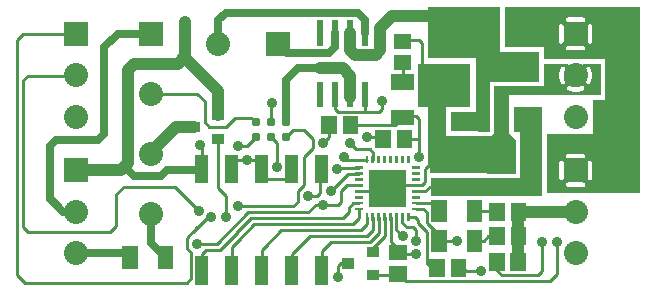
<source format=gbr>
G04 start of page 2 for group 0 idx 0 *
G04 Title: (unknown), component *
G04 Creator: pcb 20110918 *
G04 CreationDate: Sun 01 Jun 2014 04:29:41 PM GMT UTC *
G04 For: ndholmes *
G04 Format: Gerber/RS-274X *
G04 PCB-Dimensions: 210000 95000 *
G04 PCB-Coordinate-Origin: lower left *
%MOIN*%
%FSLAX25Y25*%
%LNTOP*%
%ADD31C,0.0390*%
%ADD30C,0.0480*%
%ADD29C,0.0270*%
%ADD28C,0.0472*%
%ADD27C,0.0200*%
%ADD26C,0.0360*%
%ADD25R,0.0200X0.0200*%
%ADD24C,0.0310*%
%ADD23R,0.0440X0.0440*%
%ADD22R,0.0340X0.0340*%
%ADD21R,0.0630X0.0630*%
%ADD20R,0.0945X0.0945*%
%ADD19R,0.0360X0.0360*%
%ADD18R,0.0378X0.0378*%
%ADD17R,0.0091X0.0091*%
%ADD16R,0.0512X0.0512*%
%ADD15C,0.0800*%
%ADD14C,0.0400*%
%ADD13C,0.0100*%
%ADD12C,0.0250*%
%ADD11C,0.0001*%
G54D11*G36*
X138500Y94000D02*X162500D01*
Y77000D01*
X138500D01*
Y94000D01*
G37*
G36*
X152200Y60800D02*X138500D01*
Y74900D01*
X152200D01*
Y60800D01*
G37*
G36*
X135000Y75000D02*X152500D01*
Y60500D01*
X135000D01*
Y75000D01*
G37*
G36*
X160500Y67500D02*X180500D01*
Y64500D01*
X160500D01*
Y67500D01*
G37*
G36*
X165500D01*
Y47500D01*
X160500D01*
Y67500D01*
G37*
G36*
X172000Y60500D02*X176500D01*
Y31000D01*
X172000D01*
Y60500D01*
G37*
G36*
X169000D02*X176000D01*
Y32000D01*
X169000D01*
Y60500D01*
G37*
G36*
X146000Y51000D02*X166000D01*
Y38500D01*
X146000D01*
Y51000D01*
G37*
G36*
X138500D02*X149500D01*
Y38500D01*
X139000D01*
Y40000D01*
X138986Y40235D01*
X138931Y40465D01*
X138841Y40683D01*
X138717Y40884D01*
X138564Y41064D01*
X138500Y41119D01*
Y51000D01*
G37*
G36*
Y68500D02*X144500D01*
Y38500D01*
X139000D01*
Y40000D01*
X138986Y40235D01*
X138931Y40465D01*
X138841Y40683D01*
X138717Y40884D01*
X138564Y41064D01*
X138500Y41119D01*
Y68500D01*
G37*
G36*
X159000Y79000D02*X175500D01*
Y69000D01*
X159000D01*
Y79000D01*
G37*
G36*
X154500Y78000D02*X159000D01*
Y52500D01*
X154500D01*
Y78000D01*
G37*
G36*
X146000Y59000D02*X159000D01*
Y52500D01*
X146000D01*
Y59000D01*
G37*
G36*
X167000Y60500D02*X174000D01*
Y52500D01*
X167000D01*
Y60500D01*
G37*
G36*
X139500Y37000D02*X150000D01*
Y31000D01*
X139500D01*
Y37000D01*
G37*
G36*
X176500D01*
Y31000D01*
X139500D01*
Y37000D01*
G37*
G36*
X187673Y92500D02*X192500D01*
Y88191D01*
X192423Y88197D01*
X192305Y88188D01*
X192191Y88160D01*
X192081Y88115D01*
X191981Y88054D01*
X191891Y87977D01*
X191814Y87887D01*
X191753Y87787D01*
X191708Y87677D01*
X191680Y87563D01*
X191673Y87445D01*
Y82445D01*
X191680Y82327D01*
X191708Y82213D01*
X191753Y82103D01*
X191814Y82003D01*
X191891Y81913D01*
X191981Y81836D01*
X192081Y81775D01*
X192191Y81730D01*
X192305Y81702D01*
X192423Y81693D01*
X192500Y81699D01*
Y80500D01*
X190858D01*
X190843Y80537D01*
X190782Y80637D01*
X190705Y80727D01*
X190615Y80804D01*
X190515Y80865D01*
X190405Y80910D01*
X190291Y80938D01*
X190173Y80945D01*
X187673D01*
Y88945D01*
X190173D01*
X190291Y88952D01*
X190405Y88980D01*
X190515Y89025D01*
X190615Y89086D01*
X190705Y89163D01*
X190782Y89253D01*
X190843Y89353D01*
X190888Y89463D01*
X190916Y89577D01*
X190925Y89695D01*
X190916Y89813D01*
X190888Y89927D01*
X190843Y90037D01*
X190782Y90137D01*
X190705Y90227D01*
X190615Y90304D01*
X190515Y90365D01*
X190405Y90410D01*
X190291Y90438D01*
X190173Y90445D01*
X187673D01*
Y92500D01*
G37*
G36*
X182923D02*X187673D01*
Y90445D01*
X185173D01*
X185055Y90438D01*
X184941Y90410D01*
X184831Y90365D01*
X184731Y90304D01*
X184641Y90227D01*
X184564Y90137D01*
X184503Y90037D01*
X184458Y89927D01*
X184430Y89813D01*
X184421Y89695D01*
X184430Y89577D01*
X184458Y89463D01*
X184503Y89353D01*
X184564Y89253D01*
X184641Y89163D01*
X184731Y89086D01*
X184831Y89025D01*
X184941Y88980D01*
X185055Y88952D01*
X185173Y88945D01*
X187673D01*
Y80945D01*
X185173D01*
X185055Y80938D01*
X184941Y80910D01*
X184831Y80865D01*
X184731Y80804D01*
X184641Y80727D01*
X184564Y80637D01*
X184503Y80537D01*
X184488Y80500D01*
X182923D01*
Y81693D01*
X183041Y81702D01*
X183155Y81730D01*
X183265Y81775D01*
X183365Y81836D01*
X183455Y81913D01*
X183532Y82003D01*
X183593Y82103D01*
X183638Y82213D01*
X183666Y82327D01*
X183673Y82445D01*
Y87445D01*
X183666Y87563D01*
X183638Y87677D01*
X183593Y87787D01*
X183532Y87887D01*
X183455Y87977D01*
X183365Y88054D01*
X183265Y88115D01*
X183155Y88160D01*
X183041Y88188D01*
X182923Y88197D01*
Y92500D01*
G37*
G36*
X164000D02*X182923D01*
Y88197D01*
X182805Y88188D01*
X182691Y88160D01*
X182581Y88115D01*
X182481Y88054D01*
X182391Y87977D01*
X182314Y87887D01*
X182253Y87787D01*
X182208Y87677D01*
X182180Y87563D01*
X182173Y87445D01*
Y82445D01*
X182180Y82327D01*
X182208Y82213D01*
X182253Y82103D01*
X182314Y82003D01*
X182391Y81913D01*
X182481Y81836D01*
X182581Y81775D01*
X182691Y81730D01*
X182805Y81702D01*
X182923Y81693D01*
Y80500D01*
X164000D01*
Y92500D01*
G37*
G36*
X192423D02*X196000D01*
Y76500D01*
X192423D01*
Y81693D01*
X192541Y81702D01*
X192655Y81730D01*
X192765Y81775D01*
X192865Y81836D01*
X192955Y81913D01*
X193032Y82003D01*
X193093Y82103D01*
X193138Y82213D01*
X193166Y82327D01*
X193173Y82445D01*
Y87445D01*
X193166Y87563D01*
X193138Y87677D01*
X193093Y87787D01*
X193032Y87887D01*
X192955Y87977D01*
X192865Y88054D01*
X192765Y88115D01*
X192655Y88160D01*
X192541Y88188D01*
X192423Y88197D01*
Y92500D01*
G37*
G36*
X187673D02*X192423D01*
Y88197D01*
X192305Y88188D01*
X192191Y88160D01*
X192081Y88115D01*
X191981Y88054D01*
X191891Y87977D01*
X191814Y87887D01*
X191753Y87787D01*
X191708Y87677D01*
X191680Y87563D01*
X191673Y87445D01*
Y82445D01*
X191680Y82327D01*
X191708Y82213D01*
X191753Y82103D01*
X191814Y82003D01*
X191891Y81913D01*
X191981Y81836D01*
X192081Y81775D01*
X192191Y81730D01*
X192305Y81702D01*
X192423Y81693D01*
Y76500D01*
X189011D01*
X188701Y76574D01*
X188189Y76647D01*
X187673Y76671D01*
Y79445D01*
X190173D01*
X190291Y79452D01*
X190405Y79480D01*
X190515Y79525D01*
X190615Y79586D01*
X190705Y79663D01*
X190782Y79753D01*
X190843Y79853D01*
X190888Y79963D01*
X190916Y80077D01*
X190925Y80195D01*
X190916Y80313D01*
X190888Y80427D01*
X190843Y80537D01*
X190782Y80637D01*
X190705Y80727D01*
X190615Y80804D01*
X190515Y80865D01*
X190405Y80910D01*
X190291Y80938D01*
X190173Y80945D01*
X187673D01*
Y88945D01*
X190173D01*
X190291Y88952D01*
X190405Y88980D01*
X190515Y89025D01*
X190615Y89086D01*
X190705Y89163D01*
X190782Y89253D01*
X190843Y89353D01*
X190888Y89463D01*
X190916Y89577D01*
X190925Y89695D01*
X190916Y89813D01*
X190888Y89927D01*
X190843Y90037D01*
X190782Y90137D01*
X190705Y90227D01*
X190615Y90304D01*
X190515Y90365D01*
X190405Y90410D01*
X190291Y90438D01*
X190173Y90445D01*
X187673D01*
Y92500D01*
G37*
G36*
X182923D02*X187673D01*
Y90445D01*
X185173D01*
X185055Y90438D01*
X184941Y90410D01*
X184831Y90365D01*
X184731Y90304D01*
X184641Y90227D01*
X184564Y90137D01*
X184503Y90037D01*
X184458Y89927D01*
X184430Y89813D01*
X184421Y89695D01*
X184430Y89577D01*
X184458Y89463D01*
X184503Y89353D01*
X184564Y89253D01*
X184641Y89163D01*
X184731Y89086D01*
X184831Y89025D01*
X184941Y88980D01*
X185055Y88952D01*
X185173Y88945D01*
X187673D01*
Y80945D01*
X185173D01*
X185055Y80938D01*
X184941Y80910D01*
X184831Y80865D01*
X184731Y80804D01*
X184641Y80727D01*
X184564Y80637D01*
X184503Y80537D01*
X184458Y80427D01*
X184430Y80313D01*
X184421Y80195D01*
X184430Y80077D01*
X184458Y79963D01*
X184503Y79853D01*
X184564Y79753D01*
X184641Y79663D01*
X184731Y79586D01*
X184831Y79525D01*
X184941Y79480D01*
X185055Y79452D01*
X185173Y79445D01*
X187673D01*
Y76671D01*
X187673D01*
X187157Y76647D01*
X186645Y76574D01*
X186335Y76500D01*
X182923D01*
Y81693D01*
X183041Y81702D01*
X183155Y81730D01*
X183265Y81775D01*
X183365Y81836D01*
X183455Y81913D01*
X183532Y82003D01*
X183593Y82103D01*
X183638Y82213D01*
X183666Y82327D01*
X183673Y82445D01*
Y87445D01*
X183666Y87563D01*
X183638Y87677D01*
X183593Y87787D01*
X183532Y87887D01*
X183455Y87977D01*
X183365Y88054D01*
X183265Y88115D01*
X183155Y88160D01*
X183041Y88188D01*
X182923Y88197D01*
Y92500D01*
G37*
G36*
X180500D02*X182923D01*
Y88197D01*
X182805Y88188D01*
X182691Y88160D01*
X182581Y88115D01*
X182481Y88054D01*
X182391Y87977D01*
X182314Y87887D01*
X182253Y87787D01*
X182208Y87677D01*
X182180Y87563D01*
X182173Y87445D01*
Y82445D01*
X182180Y82327D01*
X182208Y82213D01*
X182253Y82103D01*
X182314Y82003D01*
X182391Y81913D01*
X182481Y81836D01*
X182581Y81775D01*
X182691Y81730D01*
X182805Y81702D01*
X182923Y81693D01*
Y76500D01*
X180500D01*
Y92500D01*
G37*
G36*
X177000Y82000D02*X182000D01*
Y76500D01*
X177000D01*
Y82000D01*
G37*
G36*
X192166Y75000D02*X196000D01*
Y64500D01*
X192166D01*
Y68310D01*
X192251Y68346D01*
X192352Y68408D01*
X192442Y68484D01*
X192518Y68574D01*
X192578Y68676D01*
X192795Y69145D01*
X192962Y69634D01*
X193082Y70137D01*
X193155Y70649D01*
X193179Y71165D01*
X193155Y71681D01*
X193082Y72193D01*
X192962Y72696D01*
X192795Y73185D01*
X192583Y73657D01*
X192522Y73758D01*
X192445Y73849D01*
X192355Y73926D01*
X192253Y73988D01*
X192166Y74025D01*
Y75000D01*
G37*
G36*
X187675D02*X188807D01*
X189141Y74886D01*
X189483Y74732D01*
X189591Y74685D01*
X189706Y74658D01*
X189824Y74648D01*
X189941Y74658D01*
X190056Y74686D01*
X190165Y74731D01*
X190266Y74793D01*
X190355Y74870D01*
X190432Y74960D01*
X190457Y75000D01*
X192166D01*
Y74025D01*
X192144Y74034D01*
X192028Y74062D01*
X191910Y74071D01*
X191792Y74062D01*
X191676Y74035D01*
X191566Y73989D01*
X191465Y73927D01*
X191375Y73851D01*
X191297Y73760D01*
X191235Y73659D01*
X191189Y73550D01*
X191162Y73434D01*
X191152Y73316D01*
X191161Y73197D01*
X191189Y73082D01*
X191236Y72973D01*
X191394Y72633D01*
X191515Y72277D01*
X191603Y71912D01*
X191655Y71540D01*
X191673Y71165D01*
X191655Y70790D01*
X191603Y70418D01*
X191515Y70053D01*
X191394Y69697D01*
X191240Y69355D01*
X191193Y69247D01*
X191166Y69132D01*
X191156Y69014D01*
X191166Y68897D01*
X191194Y68782D01*
X191239Y68673D01*
X191301Y68572D01*
X191378Y68483D01*
X191468Y68406D01*
X191568Y68345D01*
X191677Y68300D01*
X191792Y68272D01*
X191910Y68263D01*
X192028Y68273D01*
X192142Y68300D01*
X192166Y68310D01*
Y64500D01*
X187675D01*
Y65659D01*
X188189Y65683D01*
X188701Y65756D01*
X189204Y65876D01*
X189693Y66043D01*
X190165Y66255D01*
X190266Y66316D01*
X190357Y66393D01*
X190434Y66483D01*
X190496Y66585D01*
X190542Y66694D01*
X190570Y66810D01*
X190579Y66928D01*
X190570Y67046D01*
X190543Y67162D01*
X190497Y67272D01*
X190435Y67373D01*
X190359Y67463D01*
X190268Y67541D01*
X190167Y67603D01*
X190058Y67649D01*
X189942Y67676D01*
X189824Y67686D01*
X189705Y67677D01*
X189590Y67649D01*
X189481Y67602D01*
X189141Y67444D01*
X188785Y67323D01*
X188420Y67235D01*
X188048Y67183D01*
X187675Y67165D01*
Y75000D01*
G37*
G36*
X183180D02*X184884D01*
X184911Y74957D01*
X184987Y74867D01*
X185078Y74789D01*
X185179Y74727D01*
X185288Y74681D01*
X185404Y74654D01*
X185522Y74644D01*
X185641Y74653D01*
X185756Y74681D01*
X185865Y74728D01*
X186205Y74886D01*
X186539Y75000D01*
X187675D01*
Y67165D01*
X187673Y67165D01*
X187298Y67183D01*
X186926Y67235D01*
X186561Y67323D01*
X186205Y67444D01*
X185863Y67598D01*
X185755Y67645D01*
X185640Y67672D01*
X185522Y67682D01*
X185405Y67672D01*
X185290Y67644D01*
X185181Y67599D01*
X185080Y67537D01*
X184991Y67460D01*
X184914Y67370D01*
X184853Y67270D01*
X184808Y67161D01*
X184780Y67046D01*
X184771Y66928D01*
X184781Y66810D01*
X184808Y66696D01*
X184854Y66587D01*
X184916Y66486D01*
X184992Y66396D01*
X185082Y66320D01*
X185184Y66260D01*
X185653Y66043D01*
X186142Y65876D01*
X186645Y65756D01*
X187157Y65683D01*
X187673Y65659D01*
X187675Y65659D01*
Y64500D01*
X183180D01*
Y68305D01*
X183202Y68296D01*
X183318Y68268D01*
X183436Y68259D01*
X183554Y68268D01*
X183670Y68295D01*
X183780Y68341D01*
X183881Y68403D01*
X183971Y68479D01*
X184049Y68570D01*
X184111Y68671D01*
X184157Y68780D01*
X184184Y68896D01*
X184194Y69014D01*
X184185Y69133D01*
X184157Y69248D01*
X184110Y69357D01*
X183952Y69697D01*
X183831Y70053D01*
X183743Y70418D01*
X183691Y70790D01*
X183673Y71165D01*
X183691Y71540D01*
X183743Y71912D01*
X183831Y72277D01*
X183952Y72633D01*
X184106Y72975D01*
X184153Y73083D01*
X184180Y73198D01*
X184190Y73316D01*
X184180Y73433D01*
X184152Y73548D01*
X184107Y73657D01*
X184045Y73758D01*
X183968Y73847D01*
X183878Y73924D01*
X183778Y73985D01*
X183669Y74030D01*
X183554Y74058D01*
X183436Y74067D01*
X183318Y74057D01*
X183204Y74030D01*
X183180Y74020D01*
Y75000D01*
G37*
G36*
X177000D02*X183180D01*
Y74020D01*
X183095Y73984D01*
X182994Y73922D01*
X182904Y73846D01*
X182828Y73756D01*
X182768Y73654D01*
X182551Y73185D01*
X182384Y72696D01*
X182264Y72193D01*
X182191Y71681D01*
X182167Y71165D01*
X182191Y70649D01*
X182264Y70137D01*
X182384Y69634D01*
X182551Y69145D01*
X182763Y68673D01*
X182824Y68572D01*
X182901Y68481D01*
X182991Y68404D01*
X183093Y68342D01*
X183180Y68305D01*
Y64500D01*
X177000D01*
Y75000D01*
G37*
G36*
X192423Y92500D02*X209000D01*
Y76500D01*
X192423D01*
Y81693D01*
X192541Y81702D01*
X192655Y81730D01*
X192765Y81775D01*
X192865Y81836D01*
X192955Y81913D01*
X193032Y82003D01*
X193093Y82103D01*
X193138Y82213D01*
X193166Y82327D01*
X193173Y82445D01*
Y87445D01*
X193166Y87563D01*
X193138Y87677D01*
X193093Y87787D01*
X193032Y87887D01*
X192955Y87977D01*
X192865Y88054D01*
X192765Y88115D01*
X192655Y88160D01*
X192541Y88188D01*
X192423Y88197D01*
Y92500D01*
G37*
G36*
X187673D02*X192423D01*
Y88197D01*
X192305Y88188D01*
X192191Y88160D01*
X192081Y88115D01*
X191981Y88054D01*
X191891Y87977D01*
X191814Y87887D01*
X191753Y87787D01*
X191708Y87677D01*
X191680Y87563D01*
X191673Y87445D01*
Y82445D01*
X191680Y82327D01*
X191708Y82213D01*
X191753Y82103D01*
X191814Y82003D01*
X191891Y81913D01*
X191981Y81836D01*
X192081Y81775D01*
X192191Y81730D01*
X192305Y81702D01*
X192423Y81693D01*
Y76500D01*
X189011D01*
X188701Y76574D01*
X188189Y76647D01*
X187673Y76671D01*
Y79445D01*
X190173D01*
X190291Y79452D01*
X190405Y79480D01*
X190515Y79525D01*
X190615Y79586D01*
X190705Y79663D01*
X190782Y79753D01*
X190843Y79853D01*
X190888Y79963D01*
X190916Y80077D01*
X190925Y80195D01*
X190916Y80313D01*
X190888Y80427D01*
X190843Y80537D01*
X190782Y80637D01*
X190705Y80727D01*
X190615Y80804D01*
X190515Y80865D01*
X190405Y80910D01*
X190291Y80938D01*
X190173Y80945D01*
X187673D01*
Y88945D01*
X190173D01*
X190291Y88952D01*
X190405Y88980D01*
X190515Y89025D01*
X190615Y89086D01*
X190705Y89163D01*
X190782Y89253D01*
X190843Y89353D01*
X190888Y89463D01*
X190916Y89577D01*
X190925Y89695D01*
X190916Y89813D01*
X190888Y89927D01*
X190843Y90037D01*
X190782Y90137D01*
X190705Y90227D01*
X190615Y90304D01*
X190515Y90365D01*
X190405Y90410D01*
X190291Y90438D01*
X190173Y90445D01*
X187673D01*
Y92500D01*
G37*
G36*
X184000D02*X187673D01*
Y90445D01*
X185173D01*
X185055Y90438D01*
X184941Y90410D01*
X184831Y90365D01*
X184731Y90304D01*
X184641Y90227D01*
X184564Y90137D01*
X184503Y90037D01*
X184458Y89927D01*
X184430Y89813D01*
X184421Y89695D01*
X184430Y89577D01*
X184458Y89463D01*
X184503Y89353D01*
X184564Y89253D01*
X184641Y89163D01*
X184731Y89086D01*
X184831Y89025D01*
X184941Y88980D01*
X185055Y88952D01*
X185173Y88945D01*
X187673D01*
Y80945D01*
X185173D01*
X185055Y80938D01*
X184941Y80910D01*
X184831Y80865D01*
X184731Y80804D01*
X184641Y80727D01*
X184564Y80637D01*
X184503Y80537D01*
X184458Y80427D01*
X184430Y80313D01*
X184421Y80195D01*
X184430Y80077D01*
X184458Y79963D01*
X184503Y79853D01*
X184564Y79753D01*
X184641Y79663D01*
X184731Y79586D01*
X184831Y79525D01*
X184941Y79480D01*
X185055Y79452D01*
X185173Y79445D01*
X187673D01*
Y76671D01*
X187673D01*
X187157Y76647D01*
X186645Y76574D01*
X186335Y76500D01*
X184000D01*
Y92500D01*
G37*
G36*
X197500D02*X209000D01*
Y32000D01*
X197500D01*
Y92500D01*
G37*
G36*
X192423Y47500D02*X199000D01*
Y32000D01*
X192423D01*
Y36193D01*
X192541Y36202D01*
X192655Y36230D01*
X192765Y36275D01*
X192865Y36336D01*
X192955Y36413D01*
X193032Y36503D01*
X193093Y36603D01*
X193138Y36713D01*
X193166Y36827D01*
X193173Y36945D01*
Y41945D01*
X193166Y42063D01*
X193138Y42177D01*
X193093Y42287D01*
X193032Y42387D01*
X192955Y42477D01*
X192865Y42554D01*
X192765Y42615D01*
X192655Y42660D01*
X192541Y42688D01*
X192423Y42697D01*
Y47500D01*
G37*
G36*
X187673D02*X192423D01*
Y42697D01*
X192305Y42688D01*
X192191Y42660D01*
X192081Y42615D01*
X191981Y42554D01*
X191891Y42477D01*
X191814Y42387D01*
X191753Y42287D01*
X191708Y42177D01*
X191680Y42063D01*
X191673Y41945D01*
Y36945D01*
X191680Y36827D01*
X191708Y36713D01*
X191753Y36603D01*
X191814Y36503D01*
X191891Y36413D01*
X191981Y36336D01*
X192081Y36275D01*
X192191Y36230D01*
X192305Y36202D01*
X192423Y36193D01*
Y32000D01*
X187673D01*
Y33945D01*
X190173D01*
X190291Y33952D01*
X190405Y33980D01*
X190515Y34025D01*
X190615Y34086D01*
X190705Y34163D01*
X190782Y34253D01*
X190843Y34353D01*
X190888Y34463D01*
X190916Y34577D01*
X190925Y34695D01*
X190916Y34813D01*
X190888Y34927D01*
X190843Y35037D01*
X190782Y35137D01*
X190705Y35227D01*
X190615Y35304D01*
X190515Y35365D01*
X190405Y35410D01*
X190291Y35438D01*
X190173Y35445D01*
X187673D01*
Y43445D01*
X190173D01*
X190291Y43452D01*
X190405Y43480D01*
X190515Y43525D01*
X190615Y43586D01*
X190705Y43663D01*
X190782Y43753D01*
X190843Y43853D01*
X190888Y43963D01*
X190916Y44077D01*
X190925Y44195D01*
X190916Y44313D01*
X190888Y44427D01*
X190843Y44537D01*
X190782Y44637D01*
X190705Y44727D01*
X190615Y44804D01*
X190515Y44865D01*
X190405Y44910D01*
X190291Y44938D01*
X190173Y44945D01*
X187673D01*
Y47500D01*
G37*
G36*
X182923D02*X187673D01*
Y44945D01*
X185173D01*
X185055Y44938D01*
X184941Y44910D01*
X184831Y44865D01*
X184731Y44804D01*
X184641Y44727D01*
X184564Y44637D01*
X184503Y44537D01*
X184458Y44427D01*
X184430Y44313D01*
X184421Y44195D01*
X184430Y44077D01*
X184458Y43963D01*
X184503Y43853D01*
X184564Y43753D01*
X184641Y43663D01*
X184731Y43586D01*
X184831Y43525D01*
X184941Y43480D01*
X185055Y43452D01*
X185173Y43445D01*
X187673D01*
Y35445D01*
X185173D01*
X185055Y35438D01*
X184941Y35410D01*
X184831Y35365D01*
X184731Y35304D01*
X184641Y35227D01*
X184564Y35137D01*
X184503Y35037D01*
X184458Y34927D01*
X184430Y34813D01*
X184421Y34695D01*
X184430Y34577D01*
X184458Y34463D01*
X184503Y34353D01*
X184564Y34253D01*
X184641Y34163D01*
X184731Y34086D01*
X184831Y34025D01*
X184941Y33980D01*
X185055Y33952D01*
X185173Y33945D01*
X187673D01*
Y32000D01*
X182923D01*
Y36193D01*
X183041Y36202D01*
X183155Y36230D01*
X183265Y36275D01*
X183365Y36336D01*
X183455Y36413D01*
X183532Y36503D01*
X183593Y36603D01*
X183638Y36713D01*
X183666Y36827D01*
X183673Y36945D01*
Y41945D01*
X183666Y42063D01*
X183638Y42177D01*
X183593Y42287D01*
X183532Y42387D01*
X183455Y42477D01*
X183365Y42554D01*
X183265Y42615D01*
X183155Y42660D01*
X183041Y42688D01*
X182923Y42697D01*
Y47500D01*
G37*
G36*
X178000D02*X182923D01*
Y42697D01*
X182805Y42688D01*
X182691Y42660D01*
X182581Y42615D01*
X182481Y42554D01*
X182391Y42477D01*
X182314Y42387D01*
X182253Y42287D01*
X182208Y42177D01*
X182180Y42063D01*
X182173Y41945D01*
Y36945D01*
X182180Y36827D01*
X182208Y36713D01*
X182253Y36603D01*
X182314Y36503D01*
X182391Y36413D01*
X182481Y36336D01*
X182581Y36275D01*
X182691Y36230D01*
X182805Y36202D01*
X182923Y36193D01*
Y32000D01*
X178000D01*
Y47500D01*
G37*
G36*
X187673Y51500D02*X201500D01*
Y38500D01*
X193173D01*
Y41945D01*
X193166Y42063D01*
X193138Y42177D01*
X193093Y42287D01*
X193032Y42387D01*
X192955Y42477D01*
X192865Y42554D01*
X192765Y42615D01*
X192655Y42660D01*
X192541Y42688D01*
X192423Y42697D01*
X192305Y42688D01*
X192191Y42660D01*
X192081Y42615D01*
X191981Y42554D01*
X191891Y42477D01*
X191814Y42387D01*
X191753Y42287D01*
X191708Y42177D01*
X191680Y42063D01*
X191673Y41945D01*
Y38500D01*
X187673D01*
Y43445D01*
X190173D01*
X190291Y43452D01*
X190405Y43480D01*
X190515Y43525D01*
X190615Y43586D01*
X190705Y43663D01*
X190782Y43753D01*
X190843Y43853D01*
X190888Y43963D01*
X190916Y44077D01*
X190925Y44195D01*
X190916Y44313D01*
X190888Y44427D01*
X190843Y44537D01*
X190782Y44637D01*
X190705Y44727D01*
X190615Y44804D01*
X190515Y44865D01*
X190405Y44910D01*
X190291Y44938D01*
X190173Y44945D01*
X187673D01*
Y51500D01*
G37*
G36*
X178000D02*X187673D01*
Y44945D01*
X185173D01*
X185055Y44938D01*
X184941Y44910D01*
X184831Y44865D01*
X184731Y44804D01*
X184641Y44727D01*
X184564Y44637D01*
X184503Y44537D01*
X184458Y44427D01*
X184430Y44313D01*
X184421Y44195D01*
X184430Y44077D01*
X184458Y43963D01*
X184503Y43853D01*
X184564Y43753D01*
X184641Y43663D01*
X184731Y43586D01*
X184831Y43525D01*
X184941Y43480D01*
X185055Y43452D01*
X185173Y43445D01*
X187673D01*
Y38500D01*
X183673D01*
Y41945D01*
X183666Y42063D01*
X183638Y42177D01*
X183593Y42287D01*
X183532Y42387D01*
X183455Y42477D01*
X183365Y42554D01*
X183265Y42615D01*
X183155Y42660D01*
X183041Y42688D01*
X182923Y42697D01*
X182805Y42688D01*
X182691Y42660D01*
X182581Y42615D01*
X182481Y42554D01*
X182391Y42477D01*
X182314Y42387D01*
X182253Y42287D01*
X182208Y42177D01*
X182180Y42063D01*
X182173Y41945D01*
Y38500D01*
X178000D01*
Y51500D01*
G37*
G36*
X193500Y63000D02*X202000D01*
Y44000D01*
X193500D01*
Y63000D01*
G37*
G36*
X187673Y94000D02*X209000D01*
Y86500D01*
X193173D01*
Y87445D01*
X193166Y87563D01*
X193138Y87677D01*
X193093Y87787D01*
X193032Y87887D01*
X192955Y87977D01*
X192865Y88054D01*
X192765Y88115D01*
X192655Y88160D01*
X192541Y88188D01*
X192423Y88197D01*
X192305Y88188D01*
X192191Y88160D01*
X192081Y88115D01*
X191981Y88054D01*
X191891Y87977D01*
X191814Y87887D01*
X191753Y87787D01*
X191708Y87677D01*
X191680Y87563D01*
X191673Y87445D01*
Y86500D01*
X187673D01*
Y88945D01*
X190173D01*
X190291Y88952D01*
X190405Y88980D01*
X190515Y89025D01*
X190615Y89086D01*
X190705Y89163D01*
X190782Y89253D01*
X190843Y89353D01*
X190888Y89463D01*
X190916Y89577D01*
X190925Y89695D01*
X190916Y89813D01*
X190888Y89927D01*
X190843Y90037D01*
X190782Y90137D01*
X190705Y90227D01*
X190615Y90304D01*
X190515Y90365D01*
X190405Y90410D01*
X190291Y90438D01*
X190173Y90445D01*
X187673D01*
Y94000D01*
G37*
G36*
X164000D02*X187673D01*
Y90445D01*
X185173D01*
X185055Y90438D01*
X184941Y90410D01*
X184831Y90365D01*
X184731Y90304D01*
X184641Y90227D01*
X184564Y90137D01*
X184503Y90037D01*
X184458Y89927D01*
X184430Y89813D01*
X184421Y89695D01*
X184430Y89577D01*
X184458Y89463D01*
X184503Y89353D01*
X184564Y89253D01*
X184641Y89163D01*
X184731Y89086D01*
X184831Y89025D01*
X184941Y88980D01*
X185055Y88952D01*
X185173Y88945D01*
X187673D01*
Y86500D01*
X183673D01*
Y87445D01*
X183666Y87563D01*
X183638Y87677D01*
X183593Y87787D01*
X183532Y87887D01*
X183455Y87977D01*
X183365Y88054D01*
X183265Y88115D01*
X183155Y88160D01*
X183041Y88188D01*
X182923Y88197D01*
X182805Y88188D01*
X182691Y88160D01*
X182581Y88115D01*
X182481Y88054D01*
X182391Y87977D01*
X182314Y87887D01*
X182253Y87787D01*
X182208Y87677D01*
X182180Y87563D01*
X182173Y87445D01*
Y86500D01*
X164000D01*
Y94000D01*
G37*
G54D12*X169000Y25043D02*X168708Y25665D01*
G54D13*X160957Y26000D02*X161457Y25500D01*
X168543D02*Y17500D01*
X154000Y26000D02*X160957D01*
X153905Y16000D02*X157000D01*
X158500Y17500D01*
X161457D01*
G54D14*X168543Y8957D02*Y25500D01*
X168500D02*X187673D01*
G54D13*X168543Y17957D02*Y9043D01*
X156000Y6000D02*X151043D01*
X150043Y7000D01*
X161414Y9000D02*Y6086D01*
X163000Y4500D01*
X148000Y16000D02*X142095D01*
X139500Y7000D02*X141500D01*
X168543Y9043D02*X168500Y9000D01*
X163000Y4500D02*X175000D01*
X176500Y6000D01*
Y15500D01*
X181500Y5000D02*Y15500D01*
X139500Y2500D02*X177500D01*
X174500D02*X179000D01*
X181500Y5000D01*
G54D12*X107500Y80500D02*X105500Y78500D01*
X91500D01*
G54D14*X112500Y85250D02*Y79500D01*
X114000Y78000D01*
X121000D01*
X122500Y79500D01*
Y87000D01*
X126500Y91000D01*
X141500D01*
G54D13*X129000Y83000D02*X135500D01*
X136500Y82000D01*
G54D14*X110000Y73500D02*X102500D01*
G54D12*X95000D02*X105000D01*
G54D13*X99000D02*X102500D01*
G54D12*X117500Y85250D02*Y89500D01*
X115000Y92000D01*
X71000D01*
X107500Y85250D02*Y80500D01*
X91500Y78500D02*X88500Y81500D01*
X91500Y70000D02*X95000Y73500D01*
G54D14*X112500Y71000D02*X110000Y73500D01*
G54D13*X117500Y59000D02*Y62000D01*
G54D12*X91000Y69500D02*X93000Y71500D01*
G54D13*X86000Y61500D02*X86500Y62000D01*
G54D14*X141500Y72500D02*X142000Y72000D01*
G54D13*X136500Y82000D02*Y71500D01*
X130000Y68500D02*Y76500D01*
X135500Y56500D02*X134500Y57500D01*
X130405D01*
X130000Y57095D01*
G54D14*X112500Y64000D02*Y71000D01*
G54D13*X115453Y38421D02*X111921D01*
X107500Y64750D02*Y60000D01*
X108500Y59000D01*
X120000D01*
X118000Y50500D02*X123000D01*
X114500Y54500D02*X127405D01*
X129953Y57048D01*
X123000Y62500D02*Y60000D01*
X122000Y59000D01*
X119500D01*
X105500Y54500D02*Y50500D01*
X103500Y48500D01*
X68500Y50000D02*Y33500D01*
X83500Y43000D02*X73500D01*
X75000Y47500D02*X78000D01*
X81000Y50500D01*
X88000Y40500D02*Y48500D01*
X86000Y50500D01*
X83000Y36500D02*X93500D01*
G54D12*X91000Y55500D02*Y69500D01*
G54D13*X86000Y55500D02*Y61500D01*
X91000Y50500D02*X93500Y53000D01*
X97000D01*
X100000Y50000D01*
Y47000D01*
X97000Y44000D01*
Y34500D02*Y44000D01*
X81000Y55500D02*X79500Y57000D01*
X74000D01*
X71000Y54000D01*
X68500D01*
X94500Y13000D02*X93000Y11500D01*
X99000Y17500D02*X93500Y12000D01*
X116000Y19500D02*X89500D01*
X99000Y17500D02*X97750Y16250D01*
X106000Y15500D02*X103000Y12500D01*
Y6050D01*
X118000Y17500D02*X99000D01*
X73000Y6500D02*Y14000D01*
X76000Y17000D01*
X75000Y19000D02*X69000Y13000D01*
X64500D01*
X68000Y15000D02*X61500D01*
X63000Y11500D02*Y6050D01*
X93000Y11500D02*Y6500D01*
X83000D02*Y13000D01*
X85000Y15000D01*
X89500Y19500D02*X84000Y14000D01*
X80500Y21500D02*X75000Y16000D01*
X79500Y23500D02*X74500Y18500D01*
X78500Y25500D02*X68000Y15000D01*
X66000Y24000D02*X65000D01*
X93500Y27500D02*X75000D01*
X69000Y33000D02*X71000Y31000D01*
Y24000D01*
X68500Y33500D02*X70500Y31500D01*
X64500Y13000D02*X63000Y11500D01*
G54D12*X21173Y11886D02*X37709D01*
X39095Y10500D01*
X46000Y15405D02*X50905Y10500D01*
G54D13*X58000Y13500D02*X59500Y12000D01*
X12500Y2000D02*X55000D01*
X58000D02*X53000D01*
X61500Y20500D02*X58000Y17000D01*
Y13500D01*
X59500Y12000D02*Y3500D01*
X58000Y2000D01*
X13500D02*X4000D01*
X1500Y4500D01*
X3500Y20500D02*X5000Y19000D01*
X13500D01*
X113500Y21500D02*X80500D01*
X110000Y23500D02*X79500D01*
X98500Y25500D02*X78500D01*
X101000Y28000D02*X98500Y25500D01*
X109500Y32500D02*Y29000D01*
X108500Y28000D01*
X101000D01*
X98500Y31000D02*X101500D01*
X102500Y32000D01*
X97000Y34500D02*X95000Y32500D01*
Y29000D01*
X93500Y27500D01*
G54D12*X21173Y25665D02*X16835D01*
X13000Y29500D01*
G54D13*X65000Y24000D02*X60000Y19000D01*
X62000Y26000D02*X54000Y34000D01*
G54D12*X12500Y30000D02*X15000Y27500D01*
X46000Y25000D02*Y15405D01*
G54D13*X54000Y34000D02*X37000D01*
X34500Y31500D01*
Y21000D01*
X32500Y19000D01*
X11000D01*
X136484Y34484D02*X137500Y35500D01*
Y40000D01*
X138500Y41000D01*
X142457D01*
X137516Y32516D02*X139000Y34000D01*
X142457D02*X142500Y33957D01*
X139000Y34000D02*X142000D01*
X135500Y44000D02*Y56500D01*
X136484Y34484D02*X125984D01*
X115453Y32516D02*X124016D01*
X125984Y34484D02*X124016Y32516D01*
X115453Y34484D02*X111484D01*
X109500Y32500D01*
X111921Y38421D02*X106000Y32500D01*
X102500Y32000D02*Y38000D01*
X115453Y40390D02*X108610D01*
X118110Y43047D02*X111453D01*
X120079D02*Y45421D01*
X119000Y46500D01*
X114500D01*
X112500Y48500D01*
X130543Y50000D02*X135500D01*
X111453Y43047D02*X110500Y44000D01*
X108500Y4000D02*Y7500D01*
X109500Y8500D01*
X111700D01*
X111800Y8400D01*
X120000Y12300D02*Y13500D01*
X124000Y17500D01*
Y19000D01*
X122047Y18547D02*X119000Y15500D01*
X130043Y11500D02*X126000Y15543D01*
Y17500D01*
X119000Y15500D02*X106000D01*
X120079Y19579D02*X118000Y17500D01*
X120000Y4500D02*X127043D01*
X128500Y5957D01*
X115453Y26610D02*Y23453D01*
X113500Y21500D01*
X115453Y28579D02*X113579D01*
X112000Y27000D01*
Y25500D01*
X110000Y23500D01*
X118110Y23953D02*Y21610D01*
X116000Y19500D01*
X120079Y23953D02*Y19579D01*
X134547Y32516D02*X137516D01*
X134547Y26610D02*X136890D01*
X134547Y28579D02*X139611D01*
X142190Y26000D01*
X136890Y26610D02*X138000Y25500D01*
Y22000D02*X142500Y17500D01*
X135000Y22000D02*X138000Y19000D01*
Y10000D01*
X132000Y24000D02*X134000D01*
X135000Y23000D01*
X138000Y25500D02*Y22000D01*
X135000Y23000D02*Y22000D01*
X131500Y20500D02*X133500D01*
X134500Y19500D01*
Y16000D01*
Y11500D02*X130043D01*
X140500Y2500D02*X131000D01*
X128500Y5000D01*
X138000Y11000D02*Y8500D01*
X139500Y7000D01*
X124000Y18500D02*Y24000D01*
X122047Y23953D02*Y18547D01*
X126000Y23000D02*Y15543D01*
Y21500D02*Y24000D01*
X129921Y23953D02*Y22079D01*
X131500Y20500D01*
X127953Y23953D02*Y19547D01*
X130000Y17500D01*
G54D14*X60300Y53900D02*X54400D01*
G54D13*X63000Y39950D02*Y47500D01*
X62500Y48000D01*
G54D14*X54400Y53900D02*X45500Y45000D01*
G54D13*X64000Y62500D02*Y55500D01*
X65500Y54000D01*
G54D12*X63000Y39500D02*X51500D01*
X49500Y37500D01*
X40500D01*
X37000Y41000D01*
X71000Y92000D02*X68500Y89500D01*
Y81500D01*
G54D14*Y57800D02*Y66000D01*
G54D13*X61500Y65000D02*X64000Y62500D01*
G54D14*X57500Y89000D02*Y77000D01*
X68500Y66000D01*
X38500Y73000D02*X40500Y75000D01*
X55000D01*
X57500Y77500D01*
G54D13*X65500Y54000D02*X69500D01*
X46000Y65000D02*X61500D01*
X13000Y71000D02*X21008D01*
X21173Y71165D01*
X12000Y85000D02*X21118D01*
X21173Y84945D01*
G54D14*X57500Y84000D02*Y88500D01*
G54D12*X46000Y85000D02*X35000D01*
X30500Y80500D01*
Y51500D01*
X28500Y49500D02*X14500D01*
X12500Y47500D01*
G54D14*X38500Y66500D02*Y73000D01*
X21000Y39500D02*X36000D01*
X38500Y42000D01*
Y69000D01*
G54D12*X30500Y51500D02*X28500Y49500D01*
X12500Y47500D02*Y30000D01*
G54D13*X1500Y4500D02*Y83000D01*
X3500Y85000D01*
X5000Y71000D02*X3500Y69500D01*
Y20500D01*
Y85000D02*X15000D01*
X14500Y71000D02*X5000D01*
G54D11*G36*
X17173Y88945D02*Y80945D01*
X25173D01*
Y88945D01*
X17173D01*
G37*
G54D15*X21173Y71165D03*
Y57386D03*
X46000Y65000D03*
G54D11*G36*
X17173Y43445D02*Y35445D01*
X25173D01*
Y43445D01*
X17173D01*
G37*
G54D15*X21173Y25665D03*
Y11886D03*
X46000Y45000D03*
Y25000D03*
G54D11*G36*
X183673Y43445D02*Y35445D01*
X191673D01*
Y43445D01*
X183673D01*
G37*
G54D15*X187673Y25665D03*
Y11886D03*
G54D11*G36*
X183673Y88945D02*Y80945D01*
X191673D01*
Y88945D01*
X183673D01*
G37*
G36*
X42000Y89000D02*Y81000D01*
X50000D01*
Y89000D01*
X42000D01*
G37*
G54D15*X187673Y71165D03*
Y57386D03*
G54D11*G36*
X84500Y85500D02*Y77500D01*
X92500D01*
Y85500D01*
X84500D01*
G37*
G54D15*X68500Y81500D03*
G54D16*X161457Y25893D02*Y25107D01*
X168543Y25893D02*Y25107D01*
G54D17*X133720Y26610D02*X135374D01*
X133720Y28579D02*X135374D01*
X133720Y30547D02*X135374D01*
X131890Y24780D02*Y23126D01*
G54D16*X142107Y33957D02*X142893D01*
X142190Y27181D02*Y24819D01*
X142095Y17181D02*Y14819D01*
X141457Y7393D02*Y6607D01*
X161457Y17893D02*Y17107D01*
X168543Y17893D02*Y17107D01*
G54D17*X133720Y32516D02*X135374D01*
X133720Y34484D02*X135374D01*
X133720Y36453D02*X135374D01*
G54D16*X142107Y41043D02*X142893D01*
G54D17*X133720Y38421D02*X135374D01*
X133720Y40390D02*X135374D01*
X131890Y43874D02*Y42220D01*
G54D16*X128819Y57095D02*X131181D01*
X130543Y50393D02*Y49607D01*
X123457Y50393D02*Y49607D01*
G54D18*X168906Y58405D02*Y54311D01*
G54D19*X166900Y76600D02*X168100D01*
X166900Y89500D02*X168100D01*
G54D18*X163000Y58405D02*Y46595D01*
G54D20*Y44861D02*Y42971D01*
G54D11*G36*
X164885Y52426D02*X167725Y49586D01*
X166305Y48166D01*
X163465Y51006D01*
X164885Y52426D01*
G37*
G36*
X158275Y49586D02*X161115Y52426D01*
X162535Y51006D01*
X159695Y48166D01*
X158275Y49586D01*
G37*
G54D18*X157094Y58405D02*Y54311D01*
G54D21*X149000Y89992D02*Y83693D01*
Y70307D02*Y64008D01*
G54D16*X148607Y55043D02*X149393D01*
X148607Y47957D02*X149393D01*
X150607Y33957D02*X151393D01*
X154000Y27181D02*Y24819D01*
X153905Y17181D02*Y14819D01*
X150607Y41043D02*X151393D01*
X161414Y9393D02*Y8607D01*
X168500Y9393D02*Y8607D01*
X148543Y7393D02*Y6607D01*
X39095Y11681D02*Y9319D01*
X50905Y11681D02*Y9319D01*
G54D17*X129921Y43874D02*Y42220D01*
X127953Y43874D02*Y42220D01*
X125984Y43874D02*Y42220D01*
X124016Y43874D02*Y42220D01*
X122047Y43874D02*Y42220D01*
X120079Y43874D02*Y42220D01*
X118110Y43874D02*Y42220D01*
X114626Y40390D02*X116280D01*
X114626Y38421D02*X116280D01*
X114626Y36453D02*X116280D01*
X114626Y34484D02*X116280D01*
X114626Y32516D02*X116280D01*
X114626Y30547D02*X116280D01*
X114626Y28579D02*X116280D01*
X114626Y26610D02*X116280D01*
X118110Y24780D02*Y23126D01*
X120079Y24780D02*Y23126D01*
X122047Y24780D02*Y23126D01*
X124016Y24780D02*Y23126D01*
X125984Y24780D02*Y23126D01*
X127953Y24780D02*Y23126D01*
X129921Y24780D02*Y23126D01*
G54D11*G36*
X119685Y38815D02*Y28185D01*
X130315D01*
Y38815D01*
X119685D01*
G37*
G36*
X118897Y39602D02*Y27398D01*
X131102D01*
Y39602D01*
X118897D01*
G37*
G54D22*X119700Y4500D02*X120300D01*
X119700Y12300D02*X120300D01*
X111500Y8400D02*X112100D01*
G54D16*X128107Y12043D02*X128893D01*
X128107Y4957D02*X128893D01*
G54D23*X63000Y8650D02*Y3450D01*
X73000Y8650D02*Y3450D01*
X83000Y8650D02*Y3450D01*
X93000Y8650D02*Y3450D01*
X103000Y8650D02*Y3450D01*
G54D22*X68200Y50000D02*X68800D01*
X60000Y53900D02*X60600D01*
G54D23*X63000Y42550D02*Y37350D01*
X73000Y42550D02*Y37350D01*
G54D22*X68200Y57800D02*X68800D01*
G54D24*X81000Y50500D03*
Y55500D03*
X86000Y50500D03*
Y55500D03*
G54D16*X129607Y75414D02*X130393D01*
X129607Y82500D02*X130393D01*
X128819Y68905D02*X131181D01*
G54D25*X117500Y68000D02*Y61500D01*
Y88500D02*Y82000D01*
X112500Y88500D02*Y82000D01*
X107500Y88500D02*Y82000D01*
X102500Y88500D02*Y82000D01*
G54D23*X83000Y42550D02*Y37350D01*
X93000Y42550D02*Y37350D01*
X103000Y42550D02*Y37350D01*
G54D25*X102500Y68000D02*Y61500D01*
X107500Y68000D02*Y61500D01*
X112500Y68000D02*Y61500D01*
G54D16*X105457Y54893D02*Y54107D01*
X112543Y54893D02*Y54107D01*
G54D24*X91000Y50500D03*
Y55500D03*
G54D26*X108500Y4000D03*
X110500Y44000D03*
X112500Y48500D03*
X108000Y40000D03*
X106000Y32500D03*
X103500Y48500D03*
X156000Y6000D03*
X176500Y15500D03*
X181500D03*
X163500Y33500D03*
X134500Y16000D03*
Y11500D03*
X130000Y17500D03*
X148000Y16000D03*
X61500Y15000D03*
X71000Y24000D03*
X66000D03*
X62000Y26000D03*
X88000Y40500D03*
X62500Y48000D03*
X78000Y43000D03*
X75000Y47500D03*
X103500Y28000D03*
X98500Y31000D03*
X75000Y27500D03*
X102500Y73500D03*
X107500D03*
X86500Y62000D03*
X57500Y89000D03*
Y84000D03*
X155000Y47500D03*
X135500Y44000D03*
X141500Y53000D03*
X118000Y50500D03*
X142000Y72000D03*
Y65500D03*
X137500Y72000D03*
Y65500D03*
X123000Y62500D03*
G54D27*G54D28*G54D29*G54D28*G54D29*G54D28*G54D29*G54D28*G54D30*G54D31*M02*

</source>
